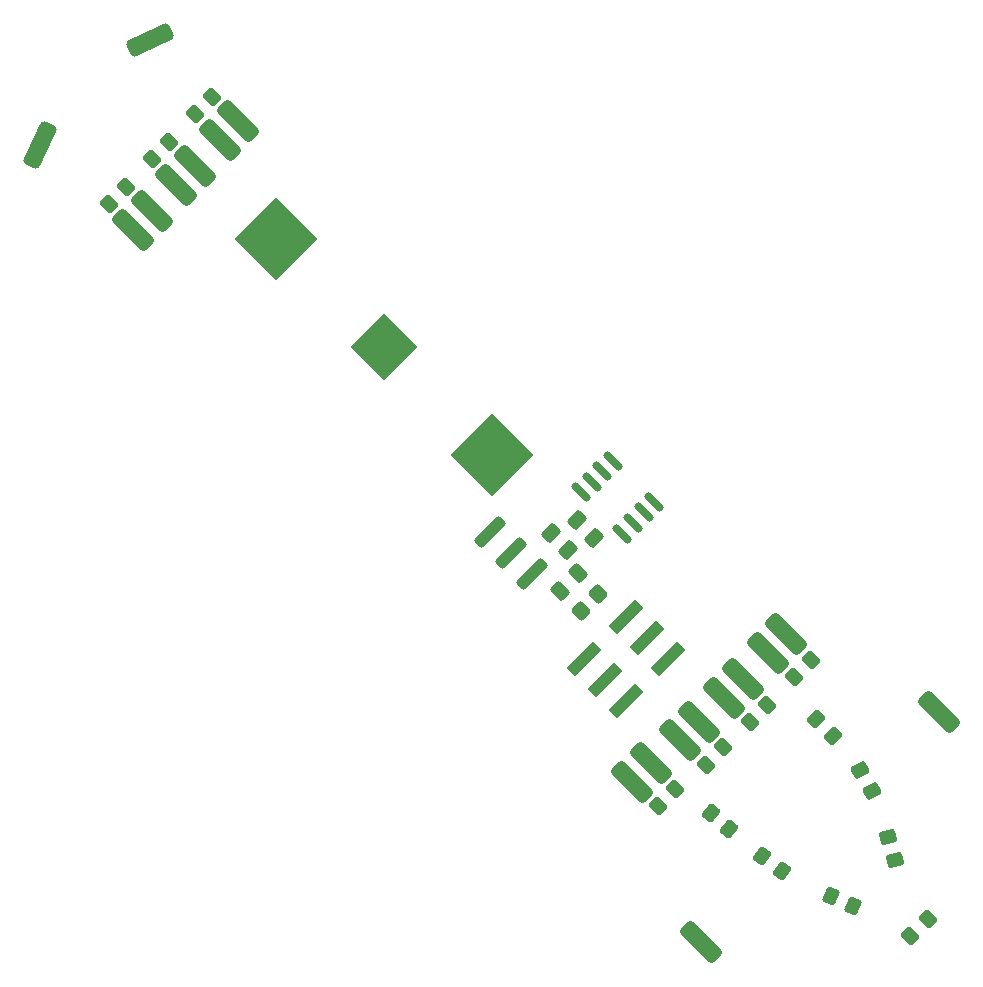
<source format=gbp>
G04 #@! TF.GenerationSoftware,KiCad,Pcbnew,8.0.2-8.0.2-0~ubuntu22.04.1*
G04 #@! TF.CreationDate,2024-05-31T00:16:28+02:00*
G04 #@! TF.ProjectId,ctfl-rakete-tht,6374666c-2d72-4616-9b65-74652d746874,rev?*
G04 #@! TF.SameCoordinates,Original*
G04 #@! TF.FileFunction,Paste,Bot*
G04 #@! TF.FilePolarity,Positive*
%FSLAX46Y46*%
G04 Gerber Fmt 4.6, Leading zero omitted, Abs format (unit mm)*
G04 Created by KiCad (PCBNEW 8.0.2-8.0.2-0~ubuntu22.04.1) date 2024-05-31 00:16:28*
%MOMM*%
%LPD*%
G01*
G04 APERTURE LIST*
G04 Aperture macros list*
%AMRoundRect*
0 Rectangle with rounded corners*
0 $1 Rounding radius*
0 $2 $3 $4 $5 $6 $7 $8 $9 X,Y pos of 4 corners*
0 Add a 4 corners polygon primitive as box body*
4,1,4,$2,$3,$4,$5,$6,$7,$8,$9,$2,$3,0*
0 Add four circle primitives for the rounded corners*
1,1,$1+$1,$2,$3*
1,1,$1+$1,$4,$5*
1,1,$1+$1,$6,$7*
1,1,$1+$1,$8,$9*
0 Add four rect primitives between the rounded corners*
20,1,$1+$1,$2,$3,$4,$5,0*
20,1,$1+$1,$4,$5,$6,$7,0*
20,1,$1+$1,$6,$7,$8,$9,0*
20,1,$1+$1,$8,$9,$2,$3,0*%
%AMRotRect*
0 Rectangle, with rotation*
0 The origin of the aperture is its center*
0 $1 length*
0 $2 width*
0 $3 Rotation angle, in degrees counterclockwise*
0 Add horizontal line*
21,1,$1,$2,0,0,$3*%
G04 Aperture macros list end*
%ADD10RotRect,5.000000X5.000000X315.000000*%
%ADD11RotRect,4.000000X4.000000X315.000000*%
%ADD12RoundRect,0.250000X0.546382X0.097939X0.078811X0.549467X-0.546382X-0.097939X-0.078811X-0.549467X0*%
%ADD13RoundRect,0.250000X0.088388X-0.548008X0.548008X-0.088388X-0.088388X0.548008X-0.548008X0.088388X0*%
%ADD14RoundRect,0.250000X0.574524X0.097227X0.097227X0.574524X-0.574524X-0.097227X-0.097227X-0.574524X0*%
%ADD15RoundRect,0.250000X0.551142X-0.066087X0.236016X0.502416X-0.551142X0.066087X-0.236016X-0.502416X0*%
%ADD16RoundRect,0.375000X0.883883X-1.414214X1.414214X-0.883883X-0.883883X1.414214X-1.414214X0.883883X0*%
%ADD17RoundRect,0.375000X-0.883883X1.414214X-1.414214X0.883883X0.883883X-1.414214X1.414214X-0.883883X0*%
%ADD18RoundRect,0.250000X-0.088388X0.548008X-0.548008X0.088388X0.088388X-0.548008X0.548008X-0.088388X0*%
%ADD19RoundRect,0.375000X-1.026620X-1.314268X-0.346889X-1.631232X1.026620X1.314268X0.346889X1.631232X0*%
%ADD20RoundRect,0.375000X-1.631232X-0.346889X-1.314268X-1.026620X1.631232X0.346889X1.314268X1.026620X0*%
%ADD21RoundRect,0.250000X-0.538219X-0.135814X-0.040290X-0.553626X0.538219X0.135814X0.040290X0.553626X0*%
%ADD22RoundRect,0.250000X-0.530373X-0.163796X-0.011260X-0.554976X0.530373X0.163796X0.011260X0.554976X0*%
%ADD23RotRect,3.150000X1.000000X225.000000*%
%ADD24RoundRect,0.200000X1.131371X0.707107X0.707107X1.131371X-1.131371X-0.707107X-0.707107X-1.131371X0*%
%ADD25RoundRect,0.150000X-0.689429X0.477297X0.477297X-0.689429X0.689429X-0.477297X-0.477297X0.689429X0*%
%ADD26RoundRect,0.250000X0.518783X-0.197457X0.350550X0.430394X-0.518783X0.197457X-0.350550X-0.430394X0*%
%ADD27RoundRect,0.250000X0.097227X-0.574524X0.574524X-0.097227X-0.097227X0.574524X-0.574524X0.097227X0*%
%ADD28RoundRect,0.250000X0.070711X-0.565685X0.565685X-0.070711X-0.070711X0.565685X-0.565685X0.070711X0*%
%ADD29RoundRect,0.250000X-0.479934X-0.278906X0.113871X-0.543285X0.479934X0.278906X-0.113871X0.543285X0*%
G04 APERTURE END LIST*
D10*
X124542967Y-69542967D03*
X142857033Y-87857033D03*
D11*
X133700000Y-78700000D03*
D12*
X171763669Y-111587824D03*
X170289023Y-110163774D03*
D13*
X178299417Y-128551130D03*
X179748985Y-127101562D03*
D14*
X149297263Y-95904334D03*
X147830017Y-94437088D03*
D15*
X175021341Y-116278255D03*
X174027481Y-114485285D03*
D16*
X166205971Y-104601935D03*
D13*
X168399417Y-106651130D03*
X169848985Y-105201562D03*
D16*
X167799790Y-103008116D03*
D17*
X117694029Y-63398065D03*
D18*
X115500583Y-61348870D03*
X114051015Y-62798438D03*
D17*
X116100210Y-64991884D03*
X114094029Y-67198065D03*
D18*
X111900583Y-65148870D03*
X110451015Y-66598438D03*
D17*
X112500210Y-68791884D03*
D14*
X151533623Y-94833623D03*
X150066377Y-93366377D03*
D19*
X104600000Y-61600000D03*
D20*
X113900000Y-52700000D03*
D16*
X154705971Y-115501935D03*
D13*
X156899417Y-117551130D03*
X158348985Y-116101562D03*
D16*
X156299790Y-113908116D03*
D21*
X161390393Y-118159373D03*
X162960785Y-119477087D03*
D22*
X165755053Y-121807341D03*
X167392255Y-123041061D03*
D23*
X154189393Y-101518504D03*
X150618504Y-105089393D03*
X155985445Y-103314555D03*
X152414555Y-106885445D03*
X157781496Y-105110607D03*
X154210607Y-108681496D03*
D24*
X146270925Y-97921177D03*
X144474874Y-96125126D03*
X142678823Y-94329075D03*
D25*
X150402872Y-90996949D03*
X151300898Y-90098924D03*
X152198924Y-89200898D03*
X153096949Y-88302872D03*
X156597128Y-91803051D03*
X155699102Y-92701076D03*
X154801076Y-93599102D03*
X153903051Y-94497128D03*
D17*
X160600000Y-129100000D03*
D26*
X176959611Y-122133012D03*
X176429031Y-120152864D03*
D17*
X121394029Y-59598065D03*
D18*
X119200583Y-57548870D03*
X117751015Y-58998438D03*
D17*
X119800210Y-61191884D03*
D27*
X148666377Y-99333623D03*
X150133623Y-97866377D03*
D16*
X158805971Y-112001935D03*
D13*
X160999417Y-114051130D03*
X162448985Y-112601562D03*
D16*
X160399790Y-110408116D03*
X162505971Y-108401935D03*
D13*
X164699417Y-110451130D03*
X166148985Y-109001562D03*
D16*
X164099790Y-106808116D03*
D28*
X150392893Y-101007107D03*
X151807107Y-99592893D03*
D29*
X171562099Y-125177416D03*
X173434867Y-126011226D03*
D17*
X180700000Y-109600000D03*
M02*

</source>
